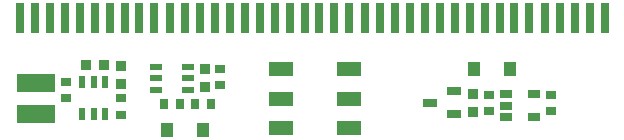
<source format=gtp>
%TF.GenerationSoftware,KiCad,Pcbnew,9.0.5*%
%TF.CreationDate,2025-10-03T12:11:08+01:00*%
%TF.ProjectId,vm_jacdaptor,766d5f6a-6163-4646-9170-746f722e6b69,0.4*%
%TF.SameCoordinates,PX58b1140PY3fe56c0*%
%TF.FileFunction,Paste,Top*%
%TF.FilePolarity,Positive*%
%FSLAX45Y45*%
G04 Gerber Fmt 4.5, Leading zero omitted, Abs format (unit mm)*
G04 Created by KiCad (PCBNEW 9.0.5) date 2025-10-03 12:11:08*
%MOMM*%
%LPD*%
G01*
G04 APERTURE LIST*
%ADD10R,0.860000X0.810000*%
%ADD11R,0.800000X0.900000*%
%ADD12R,1.000000X0.700000*%
%ADD13R,0.900000X0.800000*%
%ADD14R,0.810000X0.860000*%
%ADD15R,3.320000X1.500000*%
%ADD16R,1.100000X0.600000*%
%ADD17R,0.600000X1.100000*%
%ADD18R,2.000000X1.200000*%
%ADD19R,0.800000X2.500000*%
%ADD20R,1.000000X1.200000*%
%ADD21R,1.250000X0.700000*%
G04 APERTURE END LIST*
D10*
%TO.C,R4*%
X1360000Y-675000D03*
X1360000Y-825000D03*
%TD*%
%TO.C,R1*%
X-1620000Y-585000D03*
X-1620000Y-435000D03*
%TD*%
D11*
%TO.C,C7*%
X-1255000Y-760000D03*
X-1115000Y-760000D03*
%TD*%
D12*
%TO.C,U2*%
X1640000Y-675000D03*
X1640000Y-770000D03*
X1640000Y-865000D03*
X1880000Y-865000D03*
X1880000Y-675000D03*
%TD*%
D13*
%TO.C,C2*%
X-1620000Y-710000D03*
X-1620000Y-850000D03*
%TD*%
D14*
%TO.C,R2*%
X-1765000Y-425000D03*
X-1915000Y-425000D03*
%TD*%
D15*
%TO.C,L1*%
X-2340000Y-577000D03*
X-2340000Y-843000D03*
%TD*%
D13*
%TO.C,C1*%
X-2080000Y-570000D03*
X-2080000Y-710000D03*
%TD*%
%TO.C,C6*%
X1500000Y-680000D03*
X1500000Y-820000D03*
%TD*%
D16*
%TO.C,U3*%
X-1050000Y-635000D03*
X-1050000Y-540000D03*
X-1050000Y-445000D03*
X-1320000Y-445000D03*
X-1320000Y-540000D03*
X-1320000Y-635000D03*
%TD*%
D13*
%TO.C,C5*%
X2020000Y-680000D03*
X2020000Y-820000D03*
%TD*%
D10*
%TO.C,R3*%
X-905000Y-615000D03*
X-905000Y-465000D03*
%TD*%
D11*
%TO.C,C3*%
X-855000Y-760000D03*
X-995000Y-760000D03*
%TD*%
D17*
%TO.C,U1*%
X-1945000Y-845000D03*
X-1850000Y-845000D03*
X-1755000Y-845000D03*
X-1755000Y-575000D03*
X-1850000Y-575000D03*
X-1945000Y-575000D03*
%TD*%
D18*
%TO.C,SW1*%
X-260000Y-964500D03*
X-260000Y-714500D03*
X-260000Y-464500D03*
X310000Y-964500D03*
X310000Y-714500D03*
X310000Y-464500D03*
%TD*%
D19*
%TO.C,J1*%
X-2476000Y-26000D03*
X-2349000Y-26000D03*
X-2222000Y-26000D03*
X-2095000Y-26000D03*
X-1968000Y-26000D03*
X-1841000Y-26000D03*
X-1714000Y-26000D03*
X-1587000Y-26000D03*
X-1461000Y-26000D03*
X-1334000Y-26000D03*
X-1206000Y-26000D03*
X-1079000Y-26000D03*
X-952000Y-26000D03*
X-825000Y-26000D03*
X-698000Y-26000D03*
X-571000Y-26000D03*
X-444000Y-26000D03*
X-317000Y-26000D03*
X-190000Y-26000D03*
X-63000Y-26000D03*
X63000Y-26000D03*
X190000Y-26000D03*
X317000Y-26000D03*
X445000Y-26000D03*
X572000Y-26000D03*
X699000Y-26000D03*
X826000Y-26000D03*
X953000Y-26000D03*
X1080000Y-26000D03*
X1207000Y-26000D03*
X1334000Y-26000D03*
X1461000Y-26000D03*
X1588000Y-26000D03*
X1714000Y-26000D03*
X1841000Y-26000D03*
X1969000Y-26000D03*
X2096000Y-26000D03*
X2223000Y-26000D03*
X2350000Y-26000D03*
X2477000Y-26000D03*
%TD*%
D20*
%TO.C,D3*%
X1370000Y-462500D03*
X1680000Y-462500D03*
%TD*%
D13*
%TO.C,C4*%
X-775000Y-460000D03*
X-775000Y-600000D03*
%TD*%
D20*
%TO.C,D2*%
X-920902Y-973674D03*
X-1230902Y-973674D03*
%TD*%
D21*
%TO.C,D1*%
X1200000Y-840000D03*
X1200000Y-650000D03*
X1000000Y-745000D03*
%TD*%
M02*

</source>
